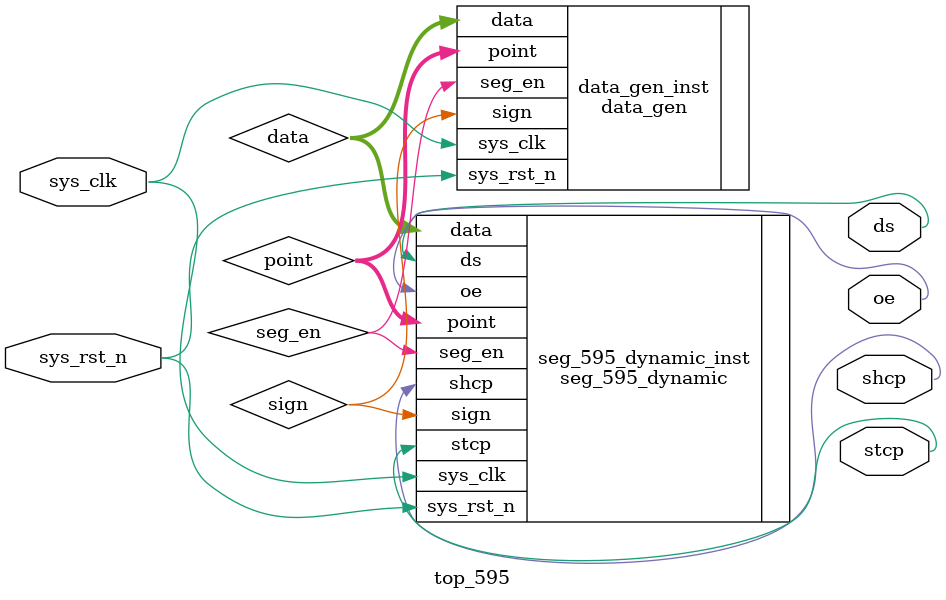
<source format=v>
module top_595
(
input wire sys_clk , //ÏµÍ³Ê±ÖÓ£¬ÆµÂÊ 50MHz
input wire sys_rst_n , //¸´Î»ÐÅºÅ£¬µÍµçÆ½ÓÐÐ§

output wire stcp , //Êä³öÊý¾Ý´æ´¢¼ÄÊ±ÖÓ
output wire shcp , //ÒÆÎ»¼Ä´æÆ÷µÄÊ±ÖÓÊäÈë
output wire ds , //´®ÐÐÊý¾ÝÊäÈë
output wire oe //Êä³öÊ¹ÄÜÐÅºÅ
 
);
wire [19:0] data ; //ÊýÂë¹ÜÒªÏÔÊ¾µÄÖµ
wire [5:0] point ; //Ð¡ÊýµãÏÔÊ¾,¸ßµçÆ½ÓÐÐ§ top_seg_595
wire seg_en ; //ÊýÂë¹ÜÊ¹ÄÜÐÅºÅ£¬¸ßµçÆ½ÓÐÐ§
wire sign ; //·ûºÅÎ»£¬¸ßµçÆ½ÏÔÊ¾¸ººÅ

data_gen data_gen_inst
(
.sys_clk (sys_clk ), //ÏµÍ³Ê±ÖÓ£¬ÆµÂÊ 50MHz
.sys_rst_n (sys_rst_n), //¸´Î»ÐÅºÅ£¬µÍµçÆ½ÓÐÐ§

.data (data ), //ÊýÂë¹ÜÒªÏÔÊ¾µÄÖµ
.point (point ), //Ð¡ÊýµãÏÔÊ¾,¸ßµçÆ½ÓÐÐ§
.seg_en (seg_en ), //ÊýÂë¹ÜÊ¹ÄÜÐÅºÅ£¬¸ßµçÆ½ÓÐÐ§
.sign (sign ) //·ûºÅÎ»£¬¸ßµçÆ½ÏÔÊ¾¸ººÅ

);

seg_595_dynamic seg_595_dynamic_inst
(
.sys_clk (sys_clk ), //ÏµÍ³Ê±ÖÓ£¬ÆµÂÊ 50MHz
.sys_rst_n (sys_rst_n ), //¸´Î»ÐÅºÅ£¬µÍÓÐÐ§
.data (data ), //ÊýÂë¹ÜÒªÏÔÊ¾µÄÖµ
.point (point ), //Ð¡ÊýµãÏÔÊ¾,¸ßµçÆ½ÓÐÐ§
.seg_en (seg_en ), //ÊýÂë¹ÜÊ¹ÄÜÐÅºÅ£¬¸ßµçÆ½ÓÐÐ§
.sign (sign ), //·ûºÅÎ»£¬¸ßµçÆ½ÏÔÊ¾¸ººÅ

.stcp (stcp ), //Êä³öÊý¾Ý´æ´¢¼ÄÊ±ÖÓ
.shcp (shcp ), //ÒÆÎ»¼Ä´æÆ÷µÄÊ±ÖÓÊäÈë
.ds (ds ), //´®ÐÐÊý¾ÝÊäÈë
.oe (oe ) //Êä³öÊ¹ÄÜÐÅºÅ

);
endmodule


</source>
